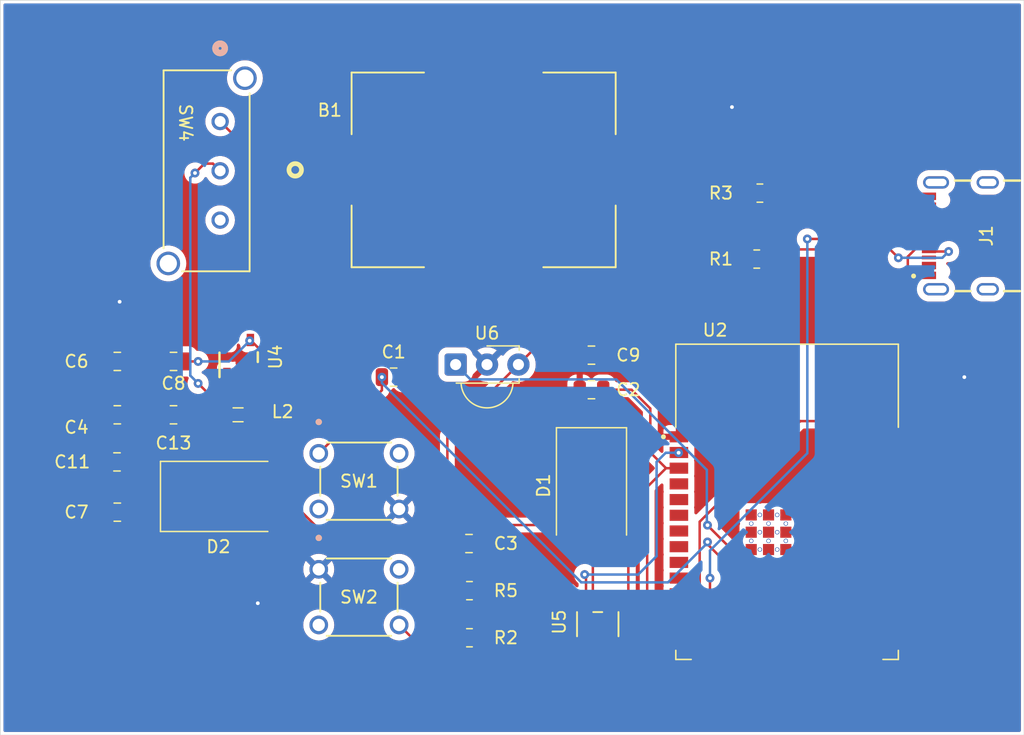
<source format=kicad_pcb>
(kicad_pcb (version 20240108) (generator "pcbnew") (generator_version "8.0")
  (layers (0 "F.Cu" signal) (31 "B.Cu" signal) (34 "B.Paste" user) (35 "F.Paste" user) (36 "B.SilkS" user "B.Silkscreen") (37 "F.SilkS" user "F.Silkscreen") (38 "B.Mask" user) (39 "F.Mask" user) (44 "Edge.Cuts" user))
  (net 0 "")
  (net 1 "Net-(B1-Pad1)")
  (net 2 "GND")
  (net 3 "Net-(U2-GPIO0)")
  (net 4 "Net-(U2-EN)")
  (net 5 "+5V")
  (net 6 "+3.3V")
  (net 7 "Net-(U6-Vs)")
  (net 8 "Net-(D2-K)")
  (net 9 "Net-(J1-CC1)")
  (net 10 "Net-(J1-CC2)")
  (net 11 "Net-(U4-SW)")
  (net 18 "/D+")
  (net 25 "Net-(U2-SPIIO6{slash}GPIO35{slash}FSPID)")
  (net 31 "/D-")
  (net 51 "Net-(D1-K)")
  (net 52 "Net-(D2-A)")
  (net 53 "Net-(C13-Pad1)")
  (footprint "Inductor_SMD:L_0805_2012Metric" (layer "F.Cu") (at 45.1405 49.022)
    (property "Reference" "L2" (at 3.6025 -0.254 0) (layer "F.SilkS"))
    (property "Value" "2.2uH")
    (fp_line (start -0.399622 -0.56) (end 0.399622 -0.56) (stroke (width 0.12)) (layer "F.SilkS"))
    (fp_line (start -0.399622 0.56) (end 0.399622 0.56) (stroke (width 0.12)) (layer "F.SilkS"))
    (pad "1" smd roundrect (at -1.0625 0) (size 0.875 1.2) (layers "F.Cu" "F.Paste" "F.Mask") (net 53 "Net-(C13-Pad1)"))
    (pad "2" smd roundrect (at 1.0625 0) (size 0.875 1.2) (layers "F.Cu" "F.Paste" "F.Mask") (net 11 "Net-(U4-SW)"))
  )
  (footprint "Capacitor_SMD:C_0805_2012Metric" (layer "F.Cu") (at 39.919 49.022 180)
    (property "Reference" "C13" (at 0 -2.286 360) (layer "F.SilkS"))
    (property "Value" "4.7uF")
    (fp_line (start -0.261252 0.735) (end 0.261252 0.735) (stroke (width 0.12)) (layer "F.SilkS"))
    (fp_line (start -0.261252 -0.735) (end 0.261252 -0.735) (stroke (width 0.12)) (layer "F.SilkS"))
    (pad "1" smd roundrect (at -0.95 0 180) (size 1 1.45) (layers "F.Cu" "F.Paste" "F.Mask") (net 53 "Net-(C13-Pad1)"))
    (pad "2" smd roundrect (at 0.95 0 180) (size 1 1.45) (layers "F.Cu" "F.Paste" "F.Mask") (net 2 "GND"))
  )
  (footprint "Capacitor_SMD:C_0805_2012Metric" (layer "F.Cu") (at 35.347 52.832)
    (property "Reference" "C11" (at -3.622 0 0) (layer "F.SilkS"))
    (property "Value" "10uF")
    (fp_line (start -0.261252 -0.735) (end 0.261252 -0.735) (stroke (width 0.12)) (layer "F.SilkS"))
    (fp_line (start -0.261252 0.735) (end 0.261252 0.735) (stroke (width 0.12)) (layer "F.SilkS"))
    (pad "1" smd roundrect (at -0.95 0) (size 1 1.45) (layers "F.Cu" "F.Paste" "F.Mask") (net 6 "+3.3V"))
    (pad "2" smd roundrect (at 0.95 0) (size 1 1.45) (layers "F.Cu" "F.Paste" "F.Mask") (net 2 "GND"))
  )
  (footprint "BAT_HLD_001:BATT_HLDR_LNX" (layer "F.Cu") (at 65.004 29.21)
    (property "Reference" "B1" (at -12.446 -4.826 0) (layer "F.SilkS"))
    (property "Value" "BAT-HLD-001")
    (fp_poly (pts (xy 8.9027 0) (xy 8.731637 -1.736831) (xy 8.225022 -3.406916) (xy 7.402325 -4.946075) (xy 6.29516 -6.29516) (xy 4.946075 -7.402325) (xy 3.406916 -8.225022) (xy 1.736831 -8.731637) (xy 0 -8.9027) (xy -1.736831 -8.731637) (xy -3.406916 -8.225022) (xy -4.946075 -7.402325) (xy -6.29516 -6.29516) (xy -7.402325 -4.946075) (xy -8.225022 -3.406916) (xy -8.731637 -1.736831) (xy -8.9027 0) (xy -8.731637 1.736831) (xy -8.225022 3.406916) (xy -7.402325 4.946075) (xy -6.29516 6.29516) (xy -4.946075 7.402325) (xy -3.406916 8.225022) (xy -1.736831 8.731637) (xy 0 8.9027) (xy 1.736831 8.731637) (xy 3.406916 8.225022) (xy 4.946075 7.402325) (xy 6.29516 6.29516) (xy 7.402325 4.946075) (xy 8.225022 3.406916) (xy 8.731637 1.736831)) (fill solid) (layer "F.Cu"))
    (fp_line (start -10.6807 -7.874) (end -10.6807 -2.88544) (stroke (width 0.1524)) (layer "F.SilkS"))
    (fp_line (start -10.6807 2.88544) (end -10.6807 7.874) (stroke (width 0.1524)) (layer "F.SilkS"))
    (fp_line (start -10.6807 7.874) (end -4.826332 7.874) (stroke (width 0.1524)) (layer "F.SilkS"))
    (fp_line (start -4.826332 -7.874) (end -10.6807 -7.874) (stroke (width 0.1524)) (layer "F.SilkS"))
    (fp_line (start 4.826332 7.874) (end 10.6807 7.874) (stroke (width 0.1524)) (layer "F.SilkS"))
    (fp_line (start 10.6807 -7.874) (end 4.826332 -7.874) (stroke (width 0.1524)) (layer "F.SilkS"))
    (fp_line (start 10.6807 -2.88544) (end 10.6807 -7.874) (stroke (width 0.1524)) (layer "F.SilkS"))
    (fp_line (start 10.6807 7.874) (end 10.6807 2.88544) (stroke (width 0.1524)) (layer "F.SilkS"))
    (fp_circle (center -15.24 0) (end -14.732 0) (stroke (width 0.381)) (fill none) (layer "F.SilkS"))
    (pad "1" smd rect (at -11.45 0) (size 2.4892 5.1054) (layers "F.Cu" "F.Paste" "F.Mask") (net 1 "Net-(B1-Pad1)"))
    (pad "2" smd circle (at 0 0) (size 5.08 5.08) (layers "F.Cu" "F.Paste" "F.Mask") (net 2 "GND"))
    (pad "3" smd rect (at 11.45 0) (size 2.4892 5.1054) (layers "F.Cu" "F.Paste" "F.Mask") (net 1 "Net-(B1-Pad1)"))
  )
  (footprint "Capacitor_SMD:C_0805_2012Metric" (layer "F.Cu") (at 39.919 44.704 180)
    (property "Reference" "C8" (at 0 -1.778 360) (layer "F.SilkS"))
    (property "Value" ".1uF")
    (fp_line (start -0.261252 0.735) (end 0.261252 0.735) (stroke (width 0.12)) (layer "F.SilkS"))
    (fp_line (start -0.261252 -0.735) (end 0.261252 -0.735) (stroke (width 0.12)) (layer "F.SilkS"))
    (pad "1" smd roundrect (at -0.95 0 180) (size 1 1.45) (layers "F.Cu" "F.Paste" "F.Mask") (net 6 "+3.3V"))
    (pad "2" smd roundrect (at 0.95 0 180) (size 1 1.45) (layers "F.Cu" "F.Paste" "F.Mask") (net 2 "GND"))
  )
  (footprint "Resistor_SMD:R_0805_2012Metric" (layer "F.Cu") (at 63.8575 67.056)
    (property "Reference" "R2" (at 2.9445 0 0) (layer "F.SilkS"))
    (property "Value" "10k")
    (fp_line (start -0.227064 -0.735) (end 0.227064 -0.735) (stroke (width 0.12)) (layer "F.SilkS"))
    (fp_line (start -0.227064 0.735) (end 0.227064 0.735) (stroke (width 0.12)) (layer "F.SilkS"))
    (pad "1" smd roundrect (at -0.9125 0) (size 1.025 1.4) (layers "F.Cu" "F.Paste" "F.Mask") (roundrect_rratio 0.243902) (net 6 "+3.3V"))
    (pad "2" smd roundrect (at 0.9125 0) (size 1.025 1.4) (layers "F.Cu" "F.Paste" "F.Mask") (roundrect_rratio 0.243902) (net 4 "Net-(U2-EN)"))
  )
  (footprint "Diode_SMD:D_3220_8050Metric" (layer "F.Cu") (at 73.725999 54.7495 -90)
    (property "Reference" "D1" (at 0 3.875999 90) (layer "F.SilkS"))
    (property "Value" "D_Schottky")
    (fp_line (start -4.685 2.835) (end 4 2.835) (stroke (width 0.12)) (layer "F.SilkS"))
    (fp_line (start -4.685 -2.835) (end -4.685 2.835) (stroke (width 0.12)) (layer "F.SilkS"))
    (fp_line (start 4 -2.835) (end -4.685 -2.835) (stroke (width 0.12)) (layer "F.SilkS"))
    (pad "1" smd roundrect (at -3.1875 0 270) (size 2.475 5.15) (layers "F.Cu" "F.Paste" "F.Mask") (roundrect_rratio 0.10101) (net 51 "Net-(D1-K)"))
    (pad "2" smd roundrect (at 3.1875 0 270) (size 2.475 5.15) (layers "F.Cu" "F.Paste" "F.Mask") (roundrect_rratio 0.10101) (net 5 "+5V"))
  )
  (footprint "Resistor_SMD:R_0805_2012Metric" (layer "F.Cu") (at 63.8575 63.246)
    (property "Reference" "R5" (at 2.9445 0 360) (layer "F.SilkS"))
    (property "Value" "100")
    (fp_line (start -0.227064 -0.735) (end 0.227064 -0.735) (stroke (width 0.12)) (layer "F.SilkS"))
    (fp_line (start -0.227064 0.735) (end 0.227064 0.735) (stroke (width 0.12)) (layer "F.SilkS"))
    (pad "1" smd roundrect (at -0.9125 0) (size 1.025 1.4) (layers "F.Cu" "F.Paste" "F.Mask") (roundrect_rratio 0.243902) (net 7 "Net-(U6-Vs)"))
    (pad "2" smd roundrect (at 0.9125 0) (size 1.025 1.4) (layers "F.Cu" "F.Paste" "F.Mask") (roundrect_rratio 0.243902) (net 6 "+3.3V"))
  )
  (footprint "Resistor_SMD:R_0805_2012Metric" (layer "F.Cu") (at 87.3495 31.09)
    (property "Reference" "R3" (at -3.1515 0 0) (layer "F.SilkS"))
    (property "Value" "5.1k")
    (fp_line (start -0.227064 -0.735) (end 0.227064 -0.735) (stroke (width 0.12)) (layer "F.SilkS"))
    (fp_line (start -0.227064 0.735) (end 0.227064 0.735) (stroke (width 0.12)) (layer "F.SilkS"))
    (pad "1" smd roundrect (at -0.9125 0) (size 1.025 1.4) (layers "F.Cu" "F.Paste" "F.Mask") (roundrect_rratio 0.243902) (net 2 "GND"))
    (pad "2" smd roundrect (at 0.9125 0) (size 1.025 1.4) (layers "F.Cu" "F.Paste" "F.Mask") (roundrect_rratio 0.243902) (net 10 "Net-(J1-CC2)"))
  )
  (footprint "Diode_SMD:D_3220_8050Metric" (layer "F.Cu") (at 43.5485 55.626)
    (property "Reference" "D2" (at 0 4.064 360) (layer "F.SilkS"))
    (property "Value" "D_Schottky")
    (fp_line (start -4.685 -2.835) (end -4.685 2.835) (stroke (width 0.12)) (layer "F.SilkS"))
    (fp_line (start -4.685 2.835) (end 4 2.835) (stroke (width 0.12)) (layer "F.SilkS"))
    (fp_line (start 4 -2.835) (end -4.685 -2.835) (stroke (width 0.12)) (layer "F.SilkS"))
    (pad "1" smd roundrect (at -3.1875 0) (size 2.475 5.15) (layers "F.Cu" "F.Paste" "F.Mask") (roundrect_rratio 0.10101) (net 8 "Net-(D2-K)"))
    (pad "2" smd roundrect (at 3.1875 0) (size 2.475 5.15) (layers "F.Cu" "F.Paste" "F.Mask") (roundrect_rratio 0.10101) (net 52 "Net-(D2-A)"))
  )
  (footprint "Resistor_SMD:R_0805_2012Metric" (layer "F.Cu") (at 87.0955 36.424)
    (property "Reference" "R1" (at -2.8975 0 0) (layer "F.SilkS"))
    (property "Value" "5.1k")
    (fp_line (start -0.227064 -0.735) (end 0.227064 -0.735) (stroke (width 0.12)) (layer "F.SilkS"))
    (fp_line (start -0.227064 0.735) (end 0.227064 0.735) (stroke (width 0.12)) (layer "F.SilkS"))
    (pad "1" smd roundrect (at -0.9125 0) (size 1.025 1.4) (layers "F.Cu" "F.Paste" "F.Mask") (roundrect_rratio 0.243902) (net 9 "Net-(J1-CC1)"))
    (pad "2" smd roundrect (at 0.9125 0) (size 1.025 1.4) (layers "F.Cu" "F.Paste" "F.Mask") (roundrect_rratio 0.243902) (net 2 "GND"))
  )
  (footprint "B3F_1000:SW_B3F-1000_OMR" (layer "F.Cu") (at 51.665998 52.141999)
    (property "Reference" "SW1" (at 3.250001 2.250001 0) (layer "F.SilkS"))
    (property "Value" "B3F-1000")
    (fp_circle (center 0 -2.54) (end 0.127 -2.54) (stroke (width 0.254)) (fill none) (layer "B.SilkS"))
    (fp_line (start 0.122999 1.079756) (end 0.122999 3.420245) (stroke (width 0.1524)) (layer "F.SilkS"))
    (fp_line (start 0.641772 5.377002) (end 5.85823 5.377002) (stroke (width 0.1524)) (layer "F.SilkS"))
    (fp_line (start 5.85823 -0.877001) (end 0.641772 -0.877001) (stroke (width 0.1524)) (layer "F.SilkS"))
    (fp_line (start 6.377003 3.420245) (end 6.377003 1.079756) (stroke (width 0.1524)) (layer "F.SilkS"))
    (fp_circle (center 0 -2.54) (end 0.127 -2.54) (stroke (width 0.254)) (fill none) (layer "F.SilkS"))
    (pad "1" thru_hole circle (at 0 0) (size 1.507998 1.507998) (drill 0.999998) (layers "*.Cu" "*.Mask") (net 3 "Net-(U2-GPIO0)"))
    (pad "2" thru_hole circle (at 6.500002 0) (size 1.507998 1.507998) (drill 0.999998) (layers "*.Cu" "*.Mask"))
    (pad "3" thru_hole circle (at 0 4.500001) (size 1.507998 1.507998) (drill 0.999998) (layers "*.Cu" "*.Mask"))
    (pad "4" thru_hole circle (at 6.500002 4.500001) (size 1.507998 1.507998) (drill 0.999998) (layers "*.Cu" "*.Mask") (net 2 "GND"))
  )
  (footprint "Capacitor_SMD:C_0805_2012Metric" (layer "F.Cu") (at 35.372 49.022 180)
    (property "Reference" "C4" (at 3.302 -1.016 0) (layer "F.SilkS"))
    (property "Value" "1uF")
    (fp_line (start -0.261252 0.735) (end 0.261252 0.735) (stroke (width 0.12)) (layer "F.SilkS"))
    (fp_line (start -0.261252 -0.735) (end 0.261252 -0.735) (stroke (width 0.12)) (layer "F.SilkS"))
    (pad "1" smd roundrect (at -0.95 0 180) (size 1 1.45) (layers "F.Cu" "F.Paste" "F.Mask") (net 2 "GND"))
    (pad "2" smd roundrect (at 0.95 0 180) (size 1 1.45) (layers "F.Cu" "F.Paste" "F.Mask") (net 6 "+3.3V"))
  )
  (footprint "Capacitor_SMD:C_0805_2012Metric" (layer "F.Cu") (at 35.372 44.704)
    (property "Reference" "C6" (at -3.302 0 0) (layer "F.SilkS"))
    (property "Value" "10uF")
    (fp_line (start -0.261252 -0.735) (end 0.261252 -0.735) (stroke (width 0.12)) (layer "F.SilkS"))
    (fp_line (start -0.261252 0.735) (end 0.261252 0.735) (stroke (width 0.12)) (layer "F.SilkS"))
    (pad "1" smd roundrect (at -0.95 0) (size 1 1.45) (layers "F.Cu" "F.Paste" "F.Mask") (net 6 "+3.3V"))
    (pad "2" smd roundrect (at 0.95 0) (size 1 1.45) (layers "F.Cu" "F.Paste" "F.Mask") (net 2 "GND"))
  )
  (footprint "B3F_1000:SW_B3F-1000_OMR" (layer "F.Cu") (at 51.665998 61.520199)
    (property "Reference" "SW2" (at 3.250001 2.250001 0) (layer "F.SilkS"))
    (property "Value" "B3F-1000")
    (fp_circle (center 0 -2.54) (end 0.127 -2.54) (stroke (width 0.254)) (fill none) (layer "B.SilkS"))
    (fp_line (start 0.122999 1.079756) (end 0.122999 3.420245) (stroke (width 0.1524)) (layer "F.SilkS"))
    (fp_line (start 0.641772 5.377002) (end 5.85823 5.377002) (stroke (width 0.1524)) (layer "F.SilkS"))
    (fp_line (start 5.85823 -0.877001) (end 0.641772 -0.877001) (stroke (width 0.1524)) (layer "F.SilkS"))
    (fp_line (start 6.377003 3.420245) (end 6.377003 1.079756) (stroke (width 0.1524)) (layer "F.SilkS"))
    (fp_circle (center 0 -2.54) (end 0.127 -2.54) (stroke (width 0.254)) (fill none) (layer "F.SilkS"))
    (pad "1" thru_hole circle (at 0 0) (size 1.507998 1.507998) (drill 0.999998) (layers "*.Cu" "*.Mask") (net 2 "GND"))
    (pad "2" thru_hole circle (at 6.500002 0) (size 1.507998 1.507998) (drill 0.999998) (layers "*.Cu" "*.Mask"))
    (pad "3" thru_hole circle (at 0 4.500001) (size 1.507998 1.507998) (drill 0.999998) (layers "*.Cu" "*.Mask"))
    (pad "4" thru_hole circle (at 6.500002 4.500001) (size 1.507998 1.507998) (drill 0.999998) (layers "*.Cu" "*.Mask") (net 4 "Net-(U2-EN)"))
  )
  (footprint "ESP32_S2_SOLO_N4:XCVR_ESP32-S2-SOLO-N4" (layer "F.Cu") (at 89.548 56.06)
    (property "Reference" "U2" (at -5.825 -13.885 0) (layer "F.SilkS"))
    (property "Value" "ESP32-S2-SOLO")
    (fp_line (start -9 -12.75) (end 9 -12.75) (stroke (width 0.127)) (layer "F.SilkS"))
    (fp_line (start -9 -6.03) (end -9 -12.75) (stroke (width 0.127)) (layer "F.SilkS"))
    (fp_line (start -9 12.75) (end -9 12.02) (stroke (width 0.127)) (layer "F.SilkS"))
    (fp_line (start -7.755 12.75) (end -9 12.75) (stroke (width 0.127)) (layer "F.SilkS"))
    (fp_line (start 9 -12.75) (end 9 -6.03) (stroke (width 0.127)) (layer "F.SilkS"))
    (fp_line (start 9 12.75) (end 7.755 12.75) (stroke (width 0.127)) (layer "F.SilkS"))
    (fp_line (start 9 12.75) (end 9 12.02) (stroke (width 0.127)) (layer "F.SilkS"))
    (fp_circle (center -10 -5.26) (end -9.9 -5.26) (stroke (width 0.2)) (fill none) (layer "F.SilkS"))
    (pad "1" smd rect (at -8.75 -5.26) (size 1.5 0.9) (layers "F.Cu" "F.Paste" "F.Mask") (net 2 "GND"))
    (pad "2" smd rect (at -8.75 -3.99) (size 1.5 0.9) (layers "F.Cu" "F.Paste" "F.Mask") (net 6 "+3.3V"))
    (pad "3" smd rect (at -8.75 -2.72) (size 1.5 0.9) (layers "F.Cu" "F.Paste" "F.Mask") (net 4 "Net-(U2-EN)"))
    (pad "4" smd rect (at -8.75 -1.45) (size 1.5 0.9) (layers "F.Cu" "F.Paste" "F.Mask"))
    (pad "5" smd rect (at -8.75 -0.18) (size 1.5 0.9) (layers "F.Cu" "F.Paste" "F.Mask"))
    (pad "6" smd rect (at -8.75 1.09) (size 1.5 0.9) (layers "F.Cu" "F.Paste" "F.Mask"))
    (pad "7" smd rect (at -8.75 2.36) (size 1.5 0.9) (layers "F.Cu" "F.Paste" "F.Mask"))
    (pad "8" smd rect (at -8.75 3.63) (size 1.5 0.9) (layers "F.Cu" "F.Paste" "F.Mask"))
    (pad "9" smd rect (at -8.75 4.9) (size 1.5 0.9) (layers "F.Cu" "F.Paste" "F.Mask"))
    (pad "10" smd rect (at -8.75 6.17) (size 1.5 0.9) (layers "F.Cu" "F.Paste" "F.Mask"))
    (pad "11" smd rect (at -8.75 7.44) (size 1.5 0.9) (layers "F.Cu" "F.Paste" "F.Mask"))
    (pad "12" smd rect (at -8.75 8.71) (size 1.5 0.9) (layers "F.Cu" "F.Paste" "F.Mask"))
    (pad "13" smd rect (at -8.75 9.98) (size 1.5 0.9) (layers "F.Cu" "F.Paste" "F.Mask") (net 31 "/D-"))
    (pad "14" smd rect (at -8.75 11.25) (size 1.5 0.9) (layers "F.Cu" "F.Paste" "F.Mask") (net 18 "/D+"))
    (pad "15" smd rect (at -6.985 12.5) (size 0.9 1.5) (layers "F.Cu" "F.Paste" "F.Mask"))
    (pad "16" smd rect (at -5.715 12.5) (size 0.9 1.5) (layers "F.Cu" "F.Paste" "F.Mask"))
    (pad "17" smd rect (at -4.445 12.5) (size 0.9 1.5) (layers "F.Cu" "F.Paste" "F.Mask"))
    (pad "18" smd rect (at -3.175 12.5) (size 0.9 1.5) (layers "F.Cu" "F.Paste" "F.Mask"))
    (pad "19" smd rect (at -1.905 12.5) (size 0.9 1.5) (layers "F.Cu" "F.Paste" "F.Mask"))
    (pad "20" smd rect (at -0.635 12.5) (size 0.9 1.5) (layers "F.Cu" "F.Paste" "F.Mask"))
    (pad "21" smd rect (at 0.635 12.5) (size 0.9 1.5) (layers "F.Cu" "F.Paste" "F.Mask"))
    (pad "22" smd rect (at 1.905 12.5) (size 0.9 1.5) (layers "F.Cu" "F.Paste" "F.Mask"))
    (pad "23" smd rect (at 3.175 12.5) (size 0.9 1.5) (layers "F.Cu" "F.Paste" "F.Mask"))
    (pad "24" smd rect (at 4.445 12.5) (size 0.9 1.5) (layers "F.Cu" "F.Paste" "F.Mask"))
    (pad "25" smd rect (at 5.715 12.5) (size 0.9 1.5) (layers "F.Cu" "F.Paste" "F.Mask"))
    (pad "26" smd rect (at 6.985 12.5) (size 0.9 1.5) (layers "F.Cu" "F.Paste" "F.Mask"))
    (pad "27" smd rect (at 8.75 11.25) (size 1.5 0.9) (layers "F.Cu" "F.Paste" "F.Mask") (net 3 "Net-(U2-GPIO0)"))
    (pad "28" smd rect (at 8.75 9.98) (size 1.5 0.9) (layers "F.Cu" "F.Paste" "F.Mask") (net 25 "Net-(U2-SPIIO6{slash}GPIO35{slash}FSPID)"))
    (pad "29" smd rect (at 8.75 8.71) (size 1.5 0.9) (layers "F.Cu" "F.Paste" "F.Mask"))
    (pad "30" smd rect (at 8.75 7.44) (size 1.5 0.9) (layers "F.Cu" "F.Paste" "F.Mask"))
    (pad "31" smd rect (at 8.75 6.17) (size 1.5 0.9) (layers "F.Cu" "F.Paste" "F.Mask"))
    (pad "32" smd rect (at 8.75 4.9) (size 1.5 0.9) (layers "F.Cu" "F.Paste" "F.Mask"))
    (pad "33" smd rect (at 8.75 3.63) (size 1.5 0.9) (layers "F.Cu" "F.Paste" "F.Mask"))
    (pad "34" smd rect (at 8.75 2.36) (size 1.5 0.9) (layers "F.Cu" "F.Paste" "F.Mask"))
    (pad "35" smd rect (at 8.75 1.09) (size 1.5 0.9) (layers "F.Cu" "F.Paste" "F.Mask"))
    (pad "36" smd rect (at 8.75 -0.18) (size 1.5 0.9) (layers "F.Cu" "F.Paste" "F.Mask"))
    (pad "37" smd rect (at 8.75 -1.45) (size 1.5 0.9) (layers "F.Cu" "F.Paste" "F.Mask"))
    (pad "38" smd rect (at 8.75 -2.72) (size 1.5 0.9) (layers "F.Cu" "F.Paste" "F.Mask"))
    (pad "39" smd rect (at 8.75 -3.99) (size 1.5 0.9) (layers "F.Cu" "F.Paste" "F.Mask"))
    (pad "40" smd rect (at 8.75 -5.26) (size 1.5 0.9) (layers "F.Cu" "F.Paste" "F.Mask") (net 2 "GND"))
    (pad "41_1" smd rect (at -2.9 1.06) (size 0.9 0.9) (layers "F.Cu" "F.Paste" "F.Mask"))
    (pad "41_2" smd rect (at -1.5 1.06) (size 0.9 0.9) (layers "F.Cu" "F.Paste" "F.Mask"))
    (pad "41_3" smd rect (at -0.1 1.06) (size 0.9 0.9) (layers "F.Cu" "F.Paste" "F.Mask"))
    (pad "41_4" smd rect (at -2.9 2.46) (size 0.9 0.9) (layers "F.Cu" "F.Paste" "F.Mask"))
    (pad "41_5" smd rect (at -1.5 2.46) (size 0.9 0.9) (layers "F.Cu" "F.Paste" "F.Mask"))
    (pad "41_6" smd rect (at -0.1 2.46) (size 0.9 0.9) (layers "F.Cu" "F.Paste" "F.Mask"))
    (pad "41_7" smd rect (at -2.9 3.86) (size 0.9 0.9) (layers "F.Cu" "F.Paste" "F.Mask"))
    (pad "41_8" smd rect (at -1.5 3.86) (size 0.9 0.9) (layers "F.Cu" "F.Paste" "F.Mask"))
    (pad "41_9" smd rect (at -0.1 3.86) (size 0.9 0.9) (layers "F.Cu" "F.Paste" "F.Mask"))
    (pad "42_1" thru_hole circle (at -2.2 1.06) (size 0.35 0.35) (drill 0.25) (layers "*.Cu"))
    (pad "42_2" thru_hole circle (at -0.8 1.06) (size 0.35 0.35) (drill 0.25) (layers "*.Cu"))
    (pad "42_3" thru_hole circle (at -2.9 1.76) (size 0.35 0.35) (drill 0.25) (layers "*.Cu"))
    (pad "42_4" thru_hole circle (at -1.5 1.76) (size 0.35 0.35) (drill 0.25) (layers "*.Cu"))
    (pad "42_5" thru_hole circle (at -0.1 1.76) (size 0.35 0.35) (drill 0.25) (layers "*.Cu"))
    (pad "42_6" thru_hole circle (at -2.2 2.46) (size 0.35 0.35) (drill 0.25) (layers "*.Cu"))
    (pad "42_7" thru_hole circle (at -0.8 2.46) (size 0.35 0.35) (drill 0.25) (layers "*.Cu"))
    (pad "42_8" thru_hole circle (at -2.9 3.16) (size 0.35 0.35) (drill 0.25) (layers "*.Cu"))
    (pad "42_9" thru_hole circle (at -1.5 3.16) (size 0.35 0.35) (drill 0.25) (layers "*.Cu"))
    (pad "42_10" thru_hole circle (at -0.1 3.16) (size 0.35 0.35) (drill 0.25) (layers "*.Cu"))
    (pad "42_11" thru_hole circle (at -2.2 3.86) (size 0.35 0.35) (drill 0.25) (layers "*.Cu"))
    (pad "42_12" thru_hole circle (at -0.8 3.86) (size 0.35 0.35) (drill 0.25) (layers "*.Cu"))
    (zone (net 0) (net_name "") (layer "F.Cu") (connect_pads (clearance 0)) (min_thickness 0.01)
      (keepout (tracks not_allowed) (vias not_allowed) (pads not_allowed) (copperpour not_allowed) (footprints allowed))
      (fill (thermal_gap 0.508) (thermal_bridge_width 0.508))
      (polygon (pts (xy 80.548 43.31) (xy 98.548 43.31) (xy 98.548 49.31) (xy 80.548 49.31)))
    )
  )
  (footprint "TPS613221ADBVR:DBV0005A_N" (layer "F.Cu") (at 45.187 44.344999 90)
    (property "Reference" "U4" (at 0 2.981998 90) (layer "F.SilkS"))
    (property "Value" "TPS613221ADBVR")
    (fp_line (start -1.625001 -1.549999) (end 0.349999 -1.549999) (stroke (width 0.2)) (layer "F.SilkS"))
    (fp_line (start -0.399999 1.549999) (end 0.375003 1.549999) (stroke (width 0.2)) (layer "F.SilkS"))
    (pad "1" smd rect (at -1.375001 -0.950001 180) (size 0.599999 1) (layers "F.Cu" "F.Paste" "F.Mask") (net 11 "Net-(U4-SW)"))
    (pad "2" smd rect (at -1.375001 0 180) (size 0.599999 1) (layers "F.Cu" "F.Paste" "F.Mask") (net 2 "GND"))
    (pad "3" smd rect (at -1.375001 0.949998 180) (size 0.599999 1) (layers "F.Cu" "F.Paste" "F.Mask"))
    (pad "4" smd rect (at 1.374999 0.949998 180) (size 0.599999 1) (layers "F.Cu" "F.Paste" "F.Mask") (net 6 "+3.3V"))
    (pad "5" smd rect (at 1.374999 -0.950001 180) (size 0.599999 1) (layers "F.Cu" "F.Paste" "F.Mask"))
  )
  (footprint "Capacitor_SMD:C_0805_2012Metric" (layer "F.Cu") (at 63.82 59.436 180)
    (property "Reference" "C3" (at -2.982 0 360) (layer "F.SilkS"))
    (property "Value" "1uF")
    (fp_line (start -0.261252 0.735) (end 0.261252 0.735) (stroke (width 0.12)) (layer "F.SilkS"))
    (fp_line (start -0.261252 -0.735) (end 0.261252 -0.735) (stroke (width 0.12)) (layer "F.SilkS"))
    (pad "1" smd roundrect (at -0.95 0 180) (size 1 1.45) (layers "F.Cu" "F.Paste" "F.Mask") (net 5 "+5V"))
    (pad "2" smd roundrect (at 0.95 0 180) (size 1 1.45) (layers "F.Cu" "F.Paste" "F.Mask") (net 2 "GND"))
  )
  (footprint "Capacitor_SMD:C_0805_2012Metric" (layer "F.Cu") (at 57.724 45.974)
    (property "Reference" "C1" (at 0 -2.032 0) (layer "F.SilkS"))
    (property "Value" ".1uF")
    (fp_line (start -0.261252 -0.735) (end 0.261252 -0.735) (stroke (width 0.12)) (layer "F.SilkS"))
    (fp_line (start -0.261252 0.735) (end 0.261252 0.735) (stroke (width 0.12)) (layer "F.SilkS"))
    (pad "1" smd roundrect (at -0.95 0) (size 1 1.45) (layers "F.Cu" "F.Paste" "F.Mask") (net 3 "Net-(U2-GPIO0)"))
    (pad "2" smd roundrect (at 0.95 0) (size 1 1.45) (layers "F.Cu" "F.Paste" "F.Mask") (net 2 "GND"))
  )
  (footprint "Capacitor_SMD:C_0805_2012Metric" (layer "F.Cu") (at 73.725999 46.99)
    (property "Reference" "C2" (at 2.982001 0 0) (layer "F.SilkS"))
    (property "Value" ".1uF")
    (fp_line (start -0.261252 -0.735) (end 0.261252 -0.735) (stroke (width 0.12)) (layer "F.SilkS"))
    (fp_line (start -0.261252 0.735) (end 0.261252 0.735) (stroke (width 0.12)) (layer "F.SilkS"))
    (pad "1" smd roundrect (at -0.95 0) (size 1 1.45) (layers "F.Cu" "F.Paste" "F.Mask") (net 2 "GND"))
    (pad "2" smd roundrect (at 0.95 0) (size 1 1.45) (layers "F.Cu" "F.Paste" "F.Mask") (net 4 "Net-(U2-EN)"))
  )
  (footprint "USB4105_GF_A_2:GCT_USB4105-GF-A" (layer "F.Cu") (at 105.78 34.546 90)
    (property "Reference" "J1" (at 0.002 -0.116 90) (layer "F.SilkS"))
    (property "Value" "USB4105-GF-A")
    (fp_line (start 4.47 -2.65) (end 4.47 -1.4) (stroke (width 0.2)) (layer "F.SilkS"))
    (fp_line (start -4.47 -2.65) (end -4.47 -1.4) (stroke (width 0.2)) (layer "F.SilkS"))
    (fp_line (start -4.47 1.32) (end -4.47 2.6) (stroke (width 0.2)) (layer "F.SilkS"))
    (fp_line (start 4.47 2.6) (end 4.47 1.32) (stroke (width 0.2)) (layer "F.SilkS"))
    (fp_circle (center -3.25 -6) (end -3.15 -6) (stroke (width 0.2)) (fill none) (layer "F.SilkS"))
    (pad "" np_thru_hole circle (at -2.89 -3.68 90) (size 0.65 0.65) (drill 0.65) (layers "*.Cu" "*.Mask"))
    (pad "" np_thru_hole circle (at 2.89 -3.68 90) (size 0.65 0.65) (drill 0.65) (layers "*.Cu" "*.Mask"))
    (pad "A1_B12" smd rect (at -3.2 -4.755 90) (size 0.6 1.15) (layers "F.Cu" "F.Paste"))
    (pad "A4_B9" smd rect (at -2.4 -4.755 90) (size 0.6 1.15) (layers "F.Cu" "F.Paste"))
    (pad "A5" smd rect (at -1.25 -4.755 90) (size 0.3 1.15) (layers "F.Cu" "F.Paste") (net 9 "Net-(J1-CC1)"))
    (pad "A6" smd rect (at -0.25 -4.755 90) (size 0.3 1.15) (layers "F.Cu" "F.Paste") (net 18 "/D+"))
    (pad "A7" smd rect (at 0.25 -4.755 90) (size 0.3 1.15) (layers "F.Cu" "F.Paste") (net 31 "/D-"))
    (pad "A8" smd rect (at 1.25 -4.755 90) (size 0.3 1.15) (layers "F.Cu" "F.Paste") (net 2 "GND"))
    (pad "B1_A12" smd rect (at 3.2 -4.755 90) (size 0.6 1.15) (layers "F.Cu" "F.Paste"))
    (pad "B4_A9" smd rect (at 2.4 -4.755 90) (size 0.6 1.15) (layers "F.Cu" "F.Paste"))
    (pad "B5" smd rect (at 1.75 -4.755 90) (size 0.3 1.15) (layers "F.Cu" "F.Paste") (net 10 "Net-(J1-CC2)"))
    (pad "B6" smd rect (at 0.75 -4.755 90) (size 0.3 1.15) (layers "F.Cu" "F.Paste") (net 18 "/D+"))
    (pad "B7" smd rect (at -0.75 -4.755 90) (size 0.3 1.15) (layers "F.Cu" "F.Paste") (net 31 "/D-"))
    (pad "B8" smd rect (at -1.75 -4.755 90) (size 0.3 1.15) (layers "F.Cu" "F.Paste") (net 2 "GND"))
    (pad "SH1" thru_hole oval (at -4.32 -4.18 90) (size 1 2.1) (drill oval 0.6 1.7) (layers "*.Cu" "*.Mask"))
    (pad "SH2" thru_hole oval (at 4.32 -4.18 90) (size 1 2.1) (drill oval 0.6 1.7) (layers "*.Cu" "*.Mask"))
    (pad "SH3" thru_hole oval (at -4.32 0 90) (size 1 1.8) (drill oval 0.6 1.4) (layers "*.Cu" "*.Mask"))
    (pad "SH4" thru_hole oval (at 4.32 0 90) (size 1 1.8) (drill oval 0.6 1.4) (layers "*.Cu" "*.Mask"))
  )
  (footprint "AP7366_33W5_7:SOT25-YE_DIO" (layer "F.Cu") (at 74.233999 65.95745 90)
    (property "Reference" "U5" (at 0.17145 -3.113999 90) (layer "F.SilkS"))
    (property "Value" "AP7366-33W5-7" (hide yes))
    (fp_line (start 0.9779 -1.6764) (end -0.9779 -1.6764) (stroke (width 0.1524)) (layer "F.SilkS"))
    (fp_line (start 0.9779 0.363261) (end 0.9779 -0.363261) (stroke (width 0.1524)) (layer "F.SilkS"))
    (fp_line (start -0.9779 1.6764) (end 0.9779 1.6764) (stroke (width 0.1524)) (layer "F.SilkS"))
    (pad "1" smd rect (at -1.35255 -0.950001 90) (size 1.0033 0.508) (layers "F.Cu" "F.Paste" "F.Mask") (net 51 "Net-(D1-K)"))
    (pad "2" smd rect (at -1.35255 0 90) (size 1.0033 0.508) (layers "F.Cu" "F.Paste" "F.Mask") (net 2 "GND"))
    (pad "3" smd rect (at -1.35255 0.950001 90) (size 1.0033 0.508) (layers "F.Cu" "F.Paste" "F.Mask") (net 5 "+5V"))
    (pad "4" smd rect (at 1.35255 0.950001 90) (size 1.0033 0.508) (layers "F.Cu" "F.Paste" "F.Mask"))
    (pad "5" smd rect (at 1.35255 -0.950001 90) (size 1.0033 0.508) (layers "F.Cu" "F.Paste" "F.Mask") (net 6 "+3.3V"))
  )
  (footprint "Capacitor_SMD:C_0805_2012Metric" (layer "F.Cu") (at 73.725999 44.196 180)
    (property "Reference" "C9" (at -2.982001 0 0) (layer "F.SilkS"))
    (property "Value" ".1uF")
    (fp_line (start -0.261252 0.735) (end 0.261252 0.735) (stroke (width 0.12)) (layer "F.SilkS"))
    (fp_line (start -0.261252 -0.735) (end 0.261252 -0.735) (stroke (width 0.12)) (layer "F.SilkS"))
    (pad "1" smd roundrect (at -0.95 0 180) (size 1 1.45) (layers "F.Cu" "F.Paste" "F.Mask") (net 7 "Net-(U6-Vs)"))
    (pad "2" smd roundrect (at 0.95 0 180) (size 1 1.45) (layers "F.Cu" "F.Paste" "F.Mask") (net 2 "GND"))
  )
  (footprint "1825255_1:SW3_1825255-1_TEC" (layer "F.Cu") (at 43.688 25.2984 -90)
    (property "Reference" "SW4" (at 0.1016 2.794 -90) (layer "F.SilkS"))
    (property "Value" "1825255-1")
    (fp_circle (center -5.9182 0) (end -5.5372 0) (stroke (width 0.508)) (fill none) (layer "B.SilkS"))
    (fp_line (start -4.1402 4.572) (end 10.253331 4.572) (stroke (width 0.1524)) (layer "F.SilkS"))
    (fp_line (start 12.1158 3.073585) (end 12.1158 -2.3876) (stroke (width 0.1524)) (layer "F.SilkS"))
    (fp_line (start -4.1402 -0.889185) (end -4.1402 4.572) (stroke (width 0.1524)) (layer "F.SilkS"))
    (fp_line (start 12.1158 -2.3876) (end -2.277731 -2.3876) (stroke (width 0.1524)) (layer "F.SilkS"))
    (fp_circle (center -5.9182 0) (end -5.5372 0) (stroke (width 0.508)) (fill none) (layer "F.SilkS"))
    (pad "1" thru_hole circle (at 0 0 270) (size 1.397 1.397) (drill 0.889) (layers "*.Cu" "*.Mask") (net 1 "Net-(B1-Pad1)"))
    (pad "2" thru_hole circle (at 3.9878 0 270) (size 1.397 1.397) (drill 0.889) (layers "*.Cu" "*.Mask") (net 53 "Net-(C13-Pad1)"))
    (pad "3" thru_hole circle (at 7.9756 0 270) (size 1.397 1.397) (drill 0.889) (layers "*.Cu" "*.Mask"))
    (pad "4" thru_hole circle (at -3.5052 -2.0066 270) (size 1.905 1.905) (drill 1.397) (layers "*.Cu" "*.Mask"))
    (pad "5" thru_hole circle (at 11.4808 4.191 270) (size 1.905 1.905) (drill 1.397) (layers "*.Cu" "*.Mask"))
  )
  (footprint "Capacitor_SMD:C_0805_2012Metric" (layer "F.Cu") (at 35.372 56.896)
    (property "Reference" "C7" (at -3.302 0 0) (layer "F.SilkS"))
    (property "Value" "1uF")
    (fp_line (start -0.261252 -0.735) (end 0.261252 -0.735) (stroke (width 0.12)) (layer "F.SilkS"))
    (fp_line (start -0.261252 0.735) (end 0.261252 0.735) (stroke (width 0.12)) (layer "F.SilkS"))
    (pad "1" smd roundrect (at -0.95 0) (size 1 1.45) (layers "F.Cu" "F.Paste" "F.Mask") (net 6 "+3.3V"))
    (pad "2" smd roundrect (at 0.95 0) (size 1 1.45) (layers "F.Cu" "F.Paste" "F.Mask") (net 2 "GND"))
  )
  (footprint "OptoDevice:Vishay_MINICAST-3Pin" (layer "F.Cu") (at 62.738 44.958)
    (property "Reference" "U6" (at 2.54 -2.54 180) (layer "F.SilkS"))
    (property "Value" "TSOP582xx")
    (fp_line (start 5.14 -1.51) (end 2.54 -1.51) (stroke (width 0.12)) (layer "F.SilkS"))
    (fp_line (start 5.14 -1.16) (end 5.14 -1.51) (stroke (width 0.12)) (layer "F.SilkS"))
    (fp_line (start 5.14 1.16) (end 5.14 1.5) (stroke (width 0.12)) (layer "F.SilkS"))
    (fp_line (start 5.14 1.5) (end 0.05 1.5) (stroke (width 0.12)) (layer "F.SilkS"))
    (fp_arc (start 4.64 1.5) (mid 2.540869 3.502379) (end 0.440083 1.501736) (stroke (width 0.12)) (layer "F.SilkS"))
    (pad "1" thru_hole roundrect (at 0 0) (size 1.8 1.8) (drill 0.9) (layers "*.Cu" "*.Mask") (roundrect_rratio 0.139) (net 25 "Net-(U2-SPIIO6{slash}GPIO35{slash}FSPID)"))
    (pad "2" thru_hole circle (at 2.54 0) (size 1.8 1.8) (drill 0.9) (layers "*.Cu" "*.Mask") (net 2 "GND"))
    (pad "3" thru_hole circle (at 5.08 0) (size 1.8 1.8) (drill 0.9) (layers "*.Cu" "*.Mask") (net 7 "Net-(U6-Vs)"))
  )
  (gr_line (start 77.47 61.976) (end 78.994 60.452) (stroke (width 0.2)) (layer "B.Cu") (net 6))
  (gr_rect (start 25.908 15.494) (end 108.712 74.93) (stroke (width 0.05)) (fill none) (layer "Edge.Cuts"))
  (segment (start 53.554 34.504) (end 59.436 40.386) (width 0.2) (layer "F.Cu") (net 1))
  (segment (start 70.104 40.386) (end 76.454 34.036) (width 0.2) (layer "F.Cu") (net 1))
  (segment (start 59.436 40.386) (end 70.104 40.386) (width 0.2) (layer "F.Cu") (net 1))
  (segment (start 53.554 29.21) (end 47.5996 29.21) (width 0.2) (layer "F.Cu") (net 1))
  (segment (start 53.554 29.21) (end 53.554 34.504) (width 0.2) (layer "F.Cu") (net 1))
  (segment (start 76.454 34.036) (end 76.454 29.21) (width 0.2) (layer "F.Cu") (net 1))
  (segment (start 47.5996 29.21) (end 43.688 25.2984) (width 0.2) (layer "F.Cu") (net 1))
  (segment (start 86.437 31.09) (end 85.3705 32.1565) (width 0.2) (layer "F.Cu") (net 2))
  (segment (start 86.84 37.592) (end 88.008 36.424) (width 0.2) (layer "F.Cu") (net 2))
  (segment (start 85.3705 32.1565) (end 85.3705 37.108744) (width 0.2) (layer "F.Cu") (net 2))
  (segment (start 85.3705 37.108744) (end 85.853756 37.592) (width 0.2) (layer "F.Cu") (net 2))
  (segment (start 85.853756 37.592) (end 86.84 37.592) (width 0.2) (layer "F.Cu") (net 2))
  (segment (start 88.008 36.424) (end 88.29 36.142) (width 0.2) (layer "F.Cu") (net 2))
  (via (at 103.886 45.974) (size 0.7112) (drill 0.3048) (layers "F.Cu" "B.Cu") (net 2))
  (via (at 85.09 24.13) (size 0.7112) (drill 0.3048) (layers "F.Cu" "B.Cu") (net 2))
  (via (at 35.56 39.878) (size 0.7112) (drill 0.3048) (layers "F.Cu" "B.Cu") (net 2))
  (via (at 46.736 64.262) (size 0.7112) (drill 0.3048) (layers "F.Cu" "B.Cu") (net 2))
  (segment (start 56.774 47.033997) (end 56.774 45.974) (width 0.2) (layer "F.Cu") (net 3))
  (segment (start 51.665998 52.141999) (end 56.774 47.033997) (width 0.2) (layer "F.Cu") (net 3))
  (segment (start 90.932 67.31) (end 83.111399 59.489399) (width 0.2) (layer "F.Cu") (net 3))
  (segment (start 98.298 67.31) (end 90.932 67.31) (width 0.2) (layer "F.Cu") (net 3))
  (segment (start 83.111399 59.489399) (end 83.111399 59.307082) (width 0.2) (layer "F.Cu") (net 3))
  (via (at 56.774 45.974) (size 0.7112) (drill 0.3048) (layers "F.Cu" "B.Cu") (net 3))
  (via (at 83.111399 59.307082) (size 0.7112) (drill 0.3048) (layers "F.Cu" "B.Cu") (net 3))
  (segment (start 79.918 62.576) (end 72.903471 62.576) (width 0.2) (layer "B.Cu") (net 3))
  (segment (start 56.774 46.446529) (end 56.774 45.974) (width 0.2) (layer "B.Cu") (net 3))
  (segment (start 83.058 59.436) (end 79.918 62.576) (width 0.2) (layer "B.Cu") (net 3))
  (segment (start 72.903471 62.576) (end 56.774 46.446529) (width 0.2) (layer "B.Cu") (net 3))
  (segment (start 76.962 46.99) (end 78.486 48.514) (width 0.2) (layer "F.Cu") (net 4))
  (segment (start 78.232 68.834) (end 78.232 54.864) (width 0.2) (layer "F.Cu") (net 4))
  (segment (start 66.294 69.596) (end 77.47 69.596) (width 0.2) (layer "F.Cu") (net 4))
  (segment (start 60.2018 68.056) (end 58.166 66.0202) (width 0.2) (layer "F.Cu") (net 4))
  (segment (start 77.47 69.596) (end 78.232 68.834) (width 0.2) (layer "F.Cu") (net 4))
  (segment (start 78.486 52.07) (end 79.756 53.34) (width 0.2) (layer "F.Cu") (net 4))
  (segment (start 78.486 48.514) (end 78.486 52.07) (width 0.2) (layer "F.Cu") (net 4))
  (segment (start 78.232 54.864) (end 79.756 53.34) (width 0.2) (layer "F.Cu") (net 4))
  (segment (start 63.77 68.056) (end 60.2018 68.056) (width 0.2) (layer "F.Cu") (net 4))
  (segment (start 74.675999 46.99) (end 76.962 46.99) (width 0.2) (layer "F.Cu") (net 4))
  (segment (start 64.77 68.072) (end 66.294 69.596) (width 0.2) (layer "F.Cu") (net 4))
  (segment (start 79.756 53.34) (end 80.798 53.34) (width 0.2) (layer "F.Cu") (net 4))
  (segment (start 64.77 67.056) (end 63.77 68.056) (width 0.2) (layer "F.Cu") (net 4))
  (segment (start 64.77 67.056) (end 64.77 68.072) (width 0.2) (layer "F.Cu") (net 4))
  (segment (start 73.837998 65.716348) (end 73.837998 58.048999) (width 0.2) (layer "F.Cu") (net 5))
  (segment (start 75.184 67.31) (end 75.184 67.06235) (width 0.2) (layer "F.Cu") (net 5))
  (segment (start 75.184 67.06235) (end 73.837998 65.716348) (width 0.2) (layer "F.Cu") (net 5))
  (segment (start 66.269 57.937) (end 73.725999 57.937) (width 0.2) (layer "F.Cu") (net 5))
  (segment (start 73.837998 58.048999) (end 73.725999 57.937) (width 0.2) (layer "F.Cu") (net 5))
  (segment (start 64.77 59.436) (end 66.269 57.937) (width 0.2) (layer "F.Cu") (net 5))
  (segment (start 63.77 64.246) (end 57.6555 64.246) (width 0.2) (layer "F.Cu") (net 6))
  (segment (start 48.2735 54.864) (end 48.2735 45.106502) (width 0.2) (layer "F.Cu") (net 6))
  (segment (start 62.945 65.071) (end 64.77 63.246) (width 0.2) (layer "F.Cu") (net 6))
  (segment (start 64.77 63.246) (end 63.77 64.246) (width 0.2) (layer "F.Cu") (net 6))
  (segment (start 34.397 52.832) (end 34.397 53.447) (width 0.2) (layer "F.Cu") (net 6))
  (segment (start 62.945 67.056) (end 62.945 65.071) (width 0.2) (layer "F.Cu") (net 6))
  (segment (start 34.397 53.447) (end 34.422 53.472) (width 0.2) (layer "F.Cu") (net 6))
  (segment (start 73.283998 62.050981) (end 73.175617 61.9426) (width 0.2) (layer "F.Cu") (net 6))
  (segment (start 34.422 49.022) (end 34.422 52.807) (width 0.2) (layer "F.Cu") (net 6))
  (segment (start 73.283998 64.6049) (end 73.283998 62.050981) (width 0.2) (layer "F.Cu") (net 6))
  (segment (start 71.925098 63.246) (end 73.283998 64.6049) (width 0.2) (layer "F.Cu") (net 6))
  (segment (start 57.6555 64.246) (end 48.2735 54.864) (width 0.2) (layer "F.Cu") (net 6))
  (segment (start 40.869 44.704) (end 41.91 44.704) (width 0.2) (layer "F.Cu") (net 6))
  (segment (start 34.422 44.704) (end 34.422 49.022) (width 0.2) (layer "F.Cu") (net 6))
  (segment (start 48.2735 45.106502) (end 46.136998 42.97) (width 0.2) (layer "F.Cu") (net 6))
  (segment (start 64.77 63.246) (end 71.925098 63.246) (width 0.2) (layer "F.Cu") (net 6))
  (segment (start 34.422 44.704) (end 35.447 43.679) (width 0.2) (layer "F.Cu") (net 6))
  (segment (start 34.422 53.472) (end 34.422 56.896) (width 0.2) (layer "F.Cu") (net 6))
  (segment (start 39.844 43.679) (end 40.869 44.704) (width 0.2) (layer "F.Cu") (net 6))
  (segment (start 34.422 52.807) (end 34.397 52.832) (width 0.2) (layer "F.Cu") (net 6))
  (segment (start 35.447 43.679) (end 39.844 43.679) (width 0.2) (layer "F.Cu") (net 6))
  (via (at 46.077499 43.029499) (size 0.7112) (drill 0.3048) (layers "F.Cu" "B.Cu") (net 6))
  (via (at 80.774383 52.093617) (size 0.7112) (drill 0.3048) (layers "F.Cu" "B.Cu") (net 6))
  (via (at 73.175617 61.9426) (size 0.7112) (drill 0.3048) (layers "F.Cu" "B.Cu") (net 6))
  (via (at 41.91 44.704) (size 0.7112) (drill 0.3048) (layers "F.Cu" "B.Cu") (net 6))
  (segment (start 41.91 44.704) (end 44.402998 44.704) (width 0.2) (layer "B.Cu") (net 6))
  (segment (start 73.175617 61.9426) (end 77.4366 61.9426) (width 0.2) (layer "B.Cu") (net 6))
  (segment (start 79.732383 52.093617) (end 80.774383 52.093617) (width 0.2) (layer "B.Cu") (net 6))
  (segment (start 78.994 52.832) (end 79.732383 52.093617) (width 0.2) (layer "B.Cu") (net 6))
  (segment (start 46.077499 43.029499) (end 46.136998 42.97) (width 0.2) (layer "B.Cu") (net 6))
  (segment (start 44.402998 44.704) (end 46.077499 43.029499) (width 0.2) (layer "B.Cu") (net 6))
  (segment (start 78.994 60.452) (end 78.994 52.832) (width 0.2) (layer "B.Cu") (net 6))
  (segment (start 62.07 50.706) (end 67.818 44.958) (width 0.2) (layer "F.Cu") (net 7))
  (segment (start 73.673199 43.1932) (end 74.675999 44.196) (width 0.2) (layer "F.Cu") (net 7))
  (segment (start 67.818 44.958) (end 69.5828 43.1932) (width 0.2) (layer "F.Cu") (net 7))
  (segment (start 62.07 62.371) (end 62.07 50.706) (width 0.2) (layer "F.Cu") (net 7))
  (segment (start 69.5828 43.1932) (end 73.673199 43.1932) (width 0.2) (layer "F.Cu") (net 7))
  (segment (start 62.945 63.246) (end 62.07 62.371) (width 0.2) (layer "F.Cu") (net 7))
  (segment (start 40.869 55.118) (end 40.361 55.626) (width 0.2) (layer "F.Cu") (net 8))
  (segment (start 87.183 35.424) (end 88.505244 35.424) (width 0.2) (layer "F.Cu") (net 9))
  (segment (start 93.218 35.642) (end 97.872 35.642) (width 0.2) (layer "F.Cu") (net 9))
  (segment (start 101.043 35.814) (end 101.025 35.796) (width 0.2) (layer "F.Cu") (net 9))
  (segment (start 88.505244 35.424) (end 88.723244 35.642) (width 0.2) (layer "F.Cu") (net 9))
  (segment (start 97.872 35.642) (end 98.552 36.322) (width 0.2) (layer "F.Cu") (net 9))
  (segment (start 86.183 36.424) (end 87.183 35.424) (width 0.2) (layer "F.Cu") (net 9))
  (segment (start 88.723244 35.642) (end 93.218 35.642) (width 0.2) (layer "F.Cu") (net 9))
  (segment (start 102.616 35.814) (end 101.043 35.814) (width 0.2) (layer "F.Cu") (net 9))
  (via (at 98.552 36.322) (size 0.7112) (drill 0.3048) (layers "F.Cu" "B.Cu") (net 9))
  (via (at 102.616 35.814) (size 0.7112) (drill 0.3048) (layers "F.Cu" "B.Cu") (net 9))
  (segment (start 102.108 36.322) (end 102.616 35.814) (width 0.2) (layer "B.Cu") (net 9))
  (segment (start 98.552 36.322) (end 102.108 36.322) (width 0.2) (layer "B.Cu") (net 9))
  (segment (start 88.262 31.09) (end 89.968 32.796) (width 0.2) (layer "F.Cu") (net 10))
  (segment (start 89.968 32.796) (end 101.025 32.796) (width 0.2) (layer "F.Cu") (net 10))
  (segment (start 44.236999 47.055999) (end 44.236999 45.72) (width 0.2) (layer "F.Cu") (net 11))
  (segment (start 46.203 49.022) (end 44.236999 47.055999) (width 0.2) (layer "F.Cu") (net 11))
  (segment (start 83.312 65.746) (end 83.312 62.23) (width 0.2) (layer "F.Cu") (net 18))
  (segment (start 81.748 67.31) (end 83.312 65.746) (width 0.2) (layer "F.Cu") (net 18))
  (segment (start 91.186 34.798) (end 91.188 34.796) (width 0.2) (layer "F.Cu") (net 18))
  (segment (start 91.188 34.796) (end 101.025 34.796) (width 0.2) (layer "F.Cu") (net 18))
  (segment (start 80.798 67.31) (end 81.748 67.31) (width 0.2) (layer "F.Cu") (net 18))
  (via (at 83.312 62.23) (size 0.7112) (drill 0.3048) (layers "F.Cu" "B.Cu") (net 18))
  (via (at 91.186 34.798) (size 0.7112) (drill 0.3048) (layers "F.Cu" "B.Cu") (net 18))
  (segment (start 91.186 52.128244) (end 83.312 60.002244) (width 0.2) (layer "B.Cu") (net 18))
  (segment (start 91.186 34.798) (end 91.186 52.128244) (width 0.2) (layer "B.Cu") (net 18))
  (segment (start 83.312 60.002244) (end 83.312 62.23) (width 0.2) (layer "B.Cu") (net 18))
  (segment (start 91.186 66.04) (end 83.1114 57.9654) (width 0.2) (layer "F.Cu") (net 25))
  (segment (start 83.1114 57.9654) (end 83.1114 57.94976) (width 0.2) (layer "F.Cu") (net 25))
  (segment (start 98.298 66.04) (end 91.186 66.04) (width 0.2) (layer "F.Cu") (net 25))
  (via (at 83.1114 57.94976) (size 0.7112) (drill 0.3048) (layers "F.Cu" "B.Cu") (net 25))
  (segment (start 83.058 53.481471) (end 75.734529 46.158) (width 0.2) (layer "B.Cu") (net 25))
  (segment (start 75.734529 46.158) (end 63.938 46.158) (width 0.2) (layer "B.Cu") (net 25))
  (segment (start 63.938 46.158) (end 62.738 44.958) (width 0.2) (layer "B.Cu") (net 25))
  (segment (start 83.058 57.912) (end 83.058 53.481471) (width 0.2) (layer "B.Cu") (net 25))
  (segment (start 99.314 36.2264) (end 100.2444 35.296) (width 0.2) (layer "F.Cu") (net 31))
  (segment (start 99.314 48.685422) (end 99.314 36.2264) (width 0.2) (layer "F.Cu") (net 31))
  (segment (start 81.748 66.04) (end 82.478 65.31) (width 0.2) (layer "F.Cu") (net 31))
  (segment (start 100.2444 35.296) (end 101.025 35.296) (width 0.2) (layer "F.Cu") (net 31))
  (segment (start 82.478 57.671756) (end 90.619756 49.53) (width 0.2) (layer "F.Cu") (net 31))
  (segment (start 98.469422 49.53) (end 99.314 48.685422) (width 0.2) (layer "F.Cu") (net 31))
  (segment (start 82.478 65.31) (end 82.478 57.671756) (width 0.2) (layer "F.Cu") (net 31))
  (segment (start 80.798 66.04) (end 81.748 66.04) (width 0.2) (layer "F.Cu") (net 31))
  (segment (start 90.619756 49.53) (end 98.469422 49.53) (width 0.2) (layer "F.Cu") (net 31))
  (segment (start 73.283998 67.31) (end 73.283998 67.715649) (width 0.2) (layer "F.Cu") (net 51))
  (segment (start 73.679999 68.11165) (end 75.738 68.11165) (width 0.2) (layer "F.Cu") (net 51))
  (segment (start 73.283998 67.715649) (end 73.679999 68.11165) (width 0.2) (layer "F.Cu") (net 51))
  (segment (start 75.738 68.11165) (end 76.708 67.14165) (width 0.2) (layer "F.Cu") (net 51))
  (segment (start 76.708 67.14165) (end 76.708 54.544001) (width 0.2) (layer "F.Cu") (net 51))
  (segment (start 76.708 54.544001) (end 73.725999 51.562) (width 0.2) (layer "F.Cu") (net 51))
  (segment (start 41.656 29.464) (end 42.418 28.702) (width 0.2032) (layer "F.Cu") (net 53))
  (segment (start 44.078 48.65) (end 41.91 46.482) (width 0.2032) (layer "F.Cu") (net 53))
  (segment (start 42.418 28.702) (end 43.1038 28.702) (width 0.2032) (layer "F.Cu") (net 53))
  (segment (start 44.078 49.022) (end 44.078 48.65) (width 0.2032) (layer "F.Cu") (net 53))
  (segment (start 43.1038 28.702) (end 43.419724 29.017924) (width 0.2032) (layer "F.Cu") (net 53))
  (segment (start 44.078 49.022) (end 41.2484 49.022) (width 0.2032) (layer "F.Cu") (net 53))
  (via (at 41.91 46.482) (size 0.7112) (drill 0.3048) (layers "F.Cu" "B.Cu") (net 53))
  (via (at 41.656 29.464) (size 0.7112) (drill 0.3048) (layers "F.Cu" "B.Cu") (net 53))
  (segment (start 41.91 46.482) (end 41.275 45.847) (width 0.2032) (layer "B.Cu") (net 53))
  (segment (start 41.275 29.845) (end 41.656 29.464) (width 0.2032) (layer "B.Cu") (net 53))
  (segment (start 41.275 45.847) (end 41.275 29.845) (width 0.2032) (layer "B.Cu") (net 53))
  (zone (net 2) (net_name "GND") (layer "F.Cu") (connect_pads (clearance 0.5)) (min_thickness 0.25) (fill yes (thermal_gap 0.5) (thermal_bridge_width 0.5))
    (polygon (pts (xy 25.908 15.494) (xy 108.712 15.494) (xy 108.712 74.93) (xy 25.908 74.93)))
  )
  (zone (net 2) (net_name "GND") (layer "B.Cu") (priority 1) (connect_pads (clearance 0.5)) (min_thickness 0.25) (fill yes (thermal_gap 0.5) (thermal_bridge_width 0.5))
    (polygon (pts (xy 25.908 15.494) (xy 108.712 15.494) (xy 108.712 74.93) (xy 25.908 74.93)))
  )
)
</source>
